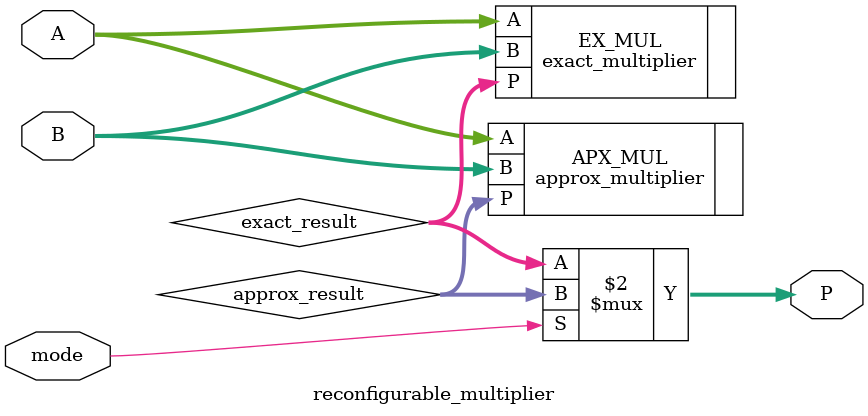
<source format=v>
`timescale 1ns / 1ps


module reconfigurable_multiplier #(parameter N = 8)(
input  [N-1:0] A, B,
    input          mode, // 0 = exact, 1 = approximate
    output [2*N-1:0] P
    );
     wire [2*N-1:0] exact_result;
    wire [2*N-1:0] approx_result;

    exact_multiplier #(N) EX_MUL (.A(A), .B(B), .P(exact_result));
    approx_multiplier #(N) APX_MUL (.A(A), .B(B), .P(approx_result));

    assign P = (mode == 0) ? exact_result : approx_result;
endmodule

</source>
